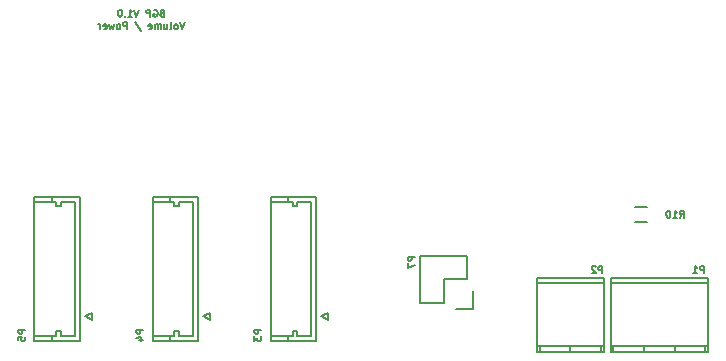
<source format=gbo>
G04 #@! TF.FileFunction,Legend,Bot*
%FSLAX46Y46*%
G04 Gerber Fmt 4.6, Leading zero omitted, Abs format (unit mm)*
G04 Created by KiCad (PCBNEW 4.0.4-1.fc24-product) date Thu Jan 11 10:47:53 2018*
%MOMM*%
%LPD*%
G01*
G04 APERTURE LIST*
%ADD10C,0.100000*%
%ADD11C,0.150000*%
G04 APERTURE END LIST*
D10*
D11*
X132557143Y-81932143D02*
X132471429Y-81960714D01*
X132442857Y-81989286D01*
X132414286Y-82046429D01*
X132414286Y-82132143D01*
X132442857Y-82189286D01*
X132471429Y-82217857D01*
X132528571Y-82246429D01*
X132757143Y-82246429D01*
X132757143Y-81646429D01*
X132557143Y-81646429D01*
X132500000Y-81675000D01*
X132471429Y-81703571D01*
X132442857Y-81760714D01*
X132442857Y-81817857D01*
X132471429Y-81875000D01*
X132500000Y-81903571D01*
X132557143Y-81932143D01*
X132757143Y-81932143D01*
X131842857Y-81675000D02*
X131900000Y-81646429D01*
X131985714Y-81646429D01*
X132071429Y-81675000D01*
X132128571Y-81732143D01*
X132157143Y-81789286D01*
X132185714Y-81903571D01*
X132185714Y-81989286D01*
X132157143Y-82103571D01*
X132128571Y-82160714D01*
X132071429Y-82217857D01*
X131985714Y-82246429D01*
X131928571Y-82246429D01*
X131842857Y-82217857D01*
X131814286Y-82189286D01*
X131814286Y-81989286D01*
X131928571Y-81989286D01*
X131557143Y-82246429D02*
X131557143Y-81646429D01*
X131328571Y-81646429D01*
X131271429Y-81675000D01*
X131242857Y-81703571D01*
X131214286Y-81760714D01*
X131214286Y-81846429D01*
X131242857Y-81903571D01*
X131271429Y-81932143D01*
X131328571Y-81960714D01*
X131557143Y-81960714D01*
X130585714Y-81646429D02*
X130385714Y-82246429D01*
X130185714Y-81646429D01*
X129671428Y-82246429D02*
X130014285Y-82246429D01*
X129842857Y-82246429D02*
X129842857Y-81646429D01*
X129900000Y-81732143D01*
X129957142Y-81789286D01*
X130014285Y-81817857D01*
X129414285Y-82189286D02*
X129385713Y-82217857D01*
X129414285Y-82246429D01*
X129442856Y-82217857D01*
X129414285Y-82189286D01*
X129414285Y-82246429D01*
X129014285Y-81646429D02*
X128957142Y-81646429D01*
X128899999Y-81675000D01*
X128871428Y-81703571D01*
X128842857Y-81760714D01*
X128814285Y-81875000D01*
X128814285Y-82017857D01*
X128842857Y-82132143D01*
X128871428Y-82189286D01*
X128899999Y-82217857D01*
X128957142Y-82246429D01*
X129014285Y-82246429D01*
X129071428Y-82217857D01*
X129099999Y-82189286D01*
X129128571Y-82132143D01*
X129157142Y-82017857D01*
X129157142Y-81875000D01*
X129128571Y-81760714D01*
X129099999Y-81703571D01*
X129071428Y-81675000D01*
X129014285Y-81646429D01*
X134457143Y-82696429D02*
X134257143Y-83296429D01*
X134057143Y-82696429D01*
X133771429Y-83296429D02*
X133828571Y-83267857D01*
X133857143Y-83239286D01*
X133885714Y-83182143D01*
X133885714Y-83010714D01*
X133857143Y-82953571D01*
X133828571Y-82925000D01*
X133771429Y-82896429D01*
X133685714Y-82896429D01*
X133628571Y-82925000D01*
X133600000Y-82953571D01*
X133571429Y-83010714D01*
X133571429Y-83182143D01*
X133600000Y-83239286D01*
X133628571Y-83267857D01*
X133685714Y-83296429D01*
X133771429Y-83296429D01*
X133228572Y-83296429D02*
X133285714Y-83267857D01*
X133314286Y-83210714D01*
X133314286Y-82696429D01*
X132742857Y-82896429D02*
X132742857Y-83296429D01*
X133000000Y-82896429D02*
X133000000Y-83210714D01*
X132971428Y-83267857D01*
X132914286Y-83296429D01*
X132828571Y-83296429D01*
X132771428Y-83267857D01*
X132742857Y-83239286D01*
X132457143Y-83296429D02*
X132457143Y-82896429D01*
X132457143Y-82953571D02*
X132428571Y-82925000D01*
X132371429Y-82896429D01*
X132285714Y-82896429D01*
X132228571Y-82925000D01*
X132200000Y-82982143D01*
X132200000Y-83296429D01*
X132200000Y-82982143D02*
X132171429Y-82925000D01*
X132114286Y-82896429D01*
X132028571Y-82896429D01*
X131971429Y-82925000D01*
X131942857Y-82982143D01*
X131942857Y-83296429D01*
X131428571Y-83267857D02*
X131485714Y-83296429D01*
X131600000Y-83296429D01*
X131657143Y-83267857D01*
X131685714Y-83210714D01*
X131685714Y-82982143D01*
X131657143Y-82925000D01*
X131600000Y-82896429D01*
X131485714Y-82896429D01*
X131428571Y-82925000D01*
X131400000Y-82982143D01*
X131400000Y-83039286D01*
X131685714Y-83096429D01*
X130257142Y-82667857D02*
X130771428Y-83439286D01*
X129600000Y-83296429D02*
X129600000Y-82696429D01*
X129371428Y-82696429D01*
X129314286Y-82725000D01*
X129285714Y-82753571D01*
X129257143Y-82810714D01*
X129257143Y-82896429D01*
X129285714Y-82953571D01*
X129314286Y-82982143D01*
X129371428Y-83010714D01*
X129600000Y-83010714D01*
X128914286Y-83296429D02*
X128971428Y-83267857D01*
X129000000Y-83239286D01*
X129028571Y-83182143D01*
X129028571Y-83010714D01*
X129000000Y-82953571D01*
X128971428Y-82925000D01*
X128914286Y-82896429D01*
X128828571Y-82896429D01*
X128771428Y-82925000D01*
X128742857Y-82953571D01*
X128714286Y-83010714D01*
X128714286Y-83182143D01*
X128742857Y-83239286D01*
X128771428Y-83267857D01*
X128828571Y-83296429D01*
X128914286Y-83296429D01*
X128514286Y-82896429D02*
X128400000Y-83296429D01*
X128285714Y-83010714D01*
X128171429Y-83296429D01*
X128057143Y-82896429D01*
X127600000Y-83267857D02*
X127657143Y-83296429D01*
X127771429Y-83296429D01*
X127828572Y-83267857D01*
X127857143Y-83210714D01*
X127857143Y-82982143D01*
X127828572Y-82925000D01*
X127771429Y-82896429D01*
X127657143Y-82896429D01*
X127600000Y-82925000D01*
X127571429Y-82982143D01*
X127571429Y-83039286D01*
X127857143Y-83096429D01*
X127314286Y-83296429D02*
X127314286Y-82896429D01*
X127314286Y-83010714D02*
X127285714Y-82953571D01*
X127257143Y-82925000D01*
X127200000Y-82896429D01*
X127142857Y-82896429D01*
X170560440Y-104401200D02*
X178759560Y-104401200D01*
X170560440Y-104799980D02*
X178759560Y-104799980D01*
X170560440Y-110100960D02*
X178759560Y-110100960D01*
X178759560Y-110598800D02*
X170560440Y-110598800D01*
X173359520Y-110100960D02*
X173359520Y-110598800D01*
X178558900Y-110598800D02*
X178558900Y-110100960D01*
X170758560Y-110100960D02*
X170758560Y-110598800D01*
X175957940Y-110598800D02*
X175957940Y-110100960D01*
X170560440Y-110598800D02*
X170560440Y-104401200D01*
X178757020Y-104401200D02*
X178757020Y-110598800D01*
X164330920Y-110100960D02*
X169929080Y-110100960D01*
X169730960Y-110598800D02*
X169730960Y-110100960D01*
X164529040Y-110100960D02*
X164529040Y-110598800D01*
X167130000Y-110598800D02*
X167130000Y-110100960D01*
X169929080Y-104799980D02*
X164330920Y-104799980D01*
X169929080Y-110598800D02*
X164330920Y-110598800D01*
X164330920Y-110598800D02*
X164330920Y-104401200D01*
X164330920Y-104401200D02*
X169929080Y-104401200D01*
X169929080Y-104401200D02*
X169929080Y-110598800D01*
X156400000Y-106500000D02*
X156400000Y-104500000D01*
X156400000Y-104500000D02*
X158400000Y-104500000D01*
X158400000Y-104500000D02*
X158400000Y-102500000D01*
X158400000Y-102500000D02*
X156400000Y-102500000D01*
X156400000Y-102500000D02*
X154400000Y-102500000D01*
X154400000Y-102500000D02*
X154400000Y-106500000D01*
X154400000Y-106500000D02*
X156400000Y-106500000D01*
X157400000Y-107000000D02*
X158900000Y-107000000D01*
X158900000Y-107000000D02*
X158900000Y-105500000D01*
X145600000Y-109700000D02*
X141750000Y-109700000D01*
X141750000Y-109700000D02*
X141750000Y-97500000D01*
X141750000Y-97500000D02*
X145600000Y-97500000D01*
X145600000Y-97500000D02*
X145600000Y-109700000D01*
X146000000Y-107600000D02*
X146600000Y-107900000D01*
X146600000Y-107900000D02*
X146600000Y-107300000D01*
X146600000Y-107300000D02*
X146000000Y-107600000D01*
X143200000Y-109700000D02*
X143200000Y-109300000D01*
X143200000Y-97500000D02*
X143200000Y-97900000D01*
X145200000Y-103600000D02*
X145200000Y-109300000D01*
X145200000Y-109300000D02*
X144000000Y-109300000D01*
X144000000Y-109300000D02*
X144000000Y-108900000D01*
X144000000Y-108900000D02*
X143600000Y-108900000D01*
X143600000Y-108900000D02*
X143600000Y-109300000D01*
X143600000Y-109300000D02*
X141750000Y-109300000D01*
X145200000Y-103600000D02*
X145200000Y-97900000D01*
X145200000Y-97900000D02*
X144000000Y-97900000D01*
X144000000Y-97900000D02*
X144000000Y-98300000D01*
X144000000Y-98300000D02*
X143600000Y-98300000D01*
X143600000Y-98300000D02*
X143600000Y-97900000D01*
X143600000Y-97900000D02*
X141750000Y-97900000D01*
X135600000Y-109700000D02*
X131750000Y-109700000D01*
X131750000Y-109700000D02*
X131750000Y-97500000D01*
X131750000Y-97500000D02*
X135600000Y-97500000D01*
X135600000Y-97500000D02*
X135600000Y-109700000D01*
X136000000Y-107600000D02*
X136600000Y-107900000D01*
X136600000Y-107900000D02*
X136600000Y-107300000D01*
X136600000Y-107300000D02*
X136000000Y-107600000D01*
X133200000Y-109700000D02*
X133200000Y-109300000D01*
X133200000Y-97500000D02*
X133200000Y-97900000D01*
X135200000Y-103600000D02*
X135200000Y-109300000D01*
X135200000Y-109300000D02*
X134000000Y-109300000D01*
X134000000Y-109300000D02*
X134000000Y-108900000D01*
X134000000Y-108900000D02*
X133600000Y-108900000D01*
X133600000Y-108900000D02*
X133600000Y-109300000D01*
X133600000Y-109300000D02*
X131750000Y-109300000D01*
X135200000Y-103600000D02*
X135200000Y-97900000D01*
X135200000Y-97900000D02*
X134000000Y-97900000D01*
X134000000Y-97900000D02*
X134000000Y-98300000D01*
X134000000Y-98300000D02*
X133600000Y-98300000D01*
X133600000Y-98300000D02*
X133600000Y-97900000D01*
X133600000Y-97900000D02*
X131750000Y-97900000D01*
X125600000Y-109700000D02*
X121750000Y-109700000D01*
X121750000Y-109700000D02*
X121750000Y-97500000D01*
X121750000Y-97500000D02*
X125600000Y-97500000D01*
X125600000Y-97500000D02*
X125600000Y-109700000D01*
X126000000Y-107600000D02*
X126600000Y-107900000D01*
X126600000Y-107900000D02*
X126600000Y-107300000D01*
X126600000Y-107300000D02*
X126000000Y-107600000D01*
X123200000Y-109700000D02*
X123200000Y-109300000D01*
X123200000Y-97500000D02*
X123200000Y-97900000D01*
X125200000Y-103600000D02*
X125200000Y-109300000D01*
X125200000Y-109300000D02*
X124000000Y-109300000D01*
X124000000Y-109300000D02*
X124000000Y-108900000D01*
X124000000Y-108900000D02*
X123600000Y-108900000D01*
X123600000Y-108900000D02*
X123600000Y-109300000D01*
X123600000Y-109300000D02*
X121750000Y-109300000D01*
X125200000Y-103600000D02*
X125200000Y-97900000D01*
X125200000Y-97900000D02*
X124000000Y-97900000D01*
X124000000Y-97900000D02*
X124000000Y-98300000D01*
X124000000Y-98300000D02*
X123600000Y-98300000D01*
X123600000Y-98300000D02*
X123600000Y-97900000D01*
X123600000Y-97900000D02*
X121750000Y-97900000D01*
X173600000Y-98325000D02*
X172600000Y-98325000D01*
X172600000Y-99675000D02*
X173600000Y-99675000D01*
X178442857Y-103971429D02*
X178442857Y-103371429D01*
X178214285Y-103371429D01*
X178157143Y-103400000D01*
X178128571Y-103428571D01*
X178100000Y-103485714D01*
X178100000Y-103571429D01*
X178128571Y-103628571D01*
X178157143Y-103657143D01*
X178214285Y-103685714D01*
X178442857Y-103685714D01*
X177528571Y-103971429D02*
X177871428Y-103971429D01*
X177700000Y-103971429D02*
X177700000Y-103371429D01*
X177757143Y-103457143D01*
X177814285Y-103514286D01*
X177871428Y-103542857D01*
X169842857Y-103971429D02*
X169842857Y-103371429D01*
X169614285Y-103371429D01*
X169557143Y-103400000D01*
X169528571Y-103428571D01*
X169500000Y-103485714D01*
X169500000Y-103571429D01*
X169528571Y-103628571D01*
X169557143Y-103657143D01*
X169614285Y-103685714D01*
X169842857Y-103685714D01*
X169271428Y-103428571D02*
X169242857Y-103400000D01*
X169185714Y-103371429D01*
X169042857Y-103371429D01*
X168985714Y-103400000D01*
X168957143Y-103428571D01*
X168928571Y-103485714D01*
X168928571Y-103542857D01*
X168957143Y-103628571D01*
X169300000Y-103971429D01*
X168928571Y-103971429D01*
X153971429Y-102557143D02*
X153371429Y-102557143D01*
X153371429Y-102785715D01*
X153400000Y-102842857D01*
X153428571Y-102871429D01*
X153485714Y-102900000D01*
X153571429Y-102900000D01*
X153628571Y-102871429D01*
X153657143Y-102842857D01*
X153685714Y-102785715D01*
X153685714Y-102557143D01*
X153371429Y-103100000D02*
X153371429Y-103500000D01*
X153971429Y-103242857D01*
X140971429Y-108757143D02*
X140371429Y-108757143D01*
X140371429Y-108985715D01*
X140400000Y-109042857D01*
X140428571Y-109071429D01*
X140485714Y-109100000D01*
X140571429Y-109100000D01*
X140628571Y-109071429D01*
X140657143Y-109042857D01*
X140685714Y-108985715D01*
X140685714Y-108757143D01*
X140371429Y-109300000D02*
X140371429Y-109671429D01*
X140600000Y-109471429D01*
X140600000Y-109557143D01*
X140628571Y-109614286D01*
X140657143Y-109642857D01*
X140714286Y-109671429D01*
X140857143Y-109671429D01*
X140914286Y-109642857D01*
X140942857Y-109614286D01*
X140971429Y-109557143D01*
X140971429Y-109385715D01*
X140942857Y-109328572D01*
X140914286Y-109300000D01*
X130971429Y-108757143D02*
X130371429Y-108757143D01*
X130371429Y-108985715D01*
X130400000Y-109042857D01*
X130428571Y-109071429D01*
X130485714Y-109100000D01*
X130571429Y-109100000D01*
X130628571Y-109071429D01*
X130657143Y-109042857D01*
X130685714Y-108985715D01*
X130685714Y-108757143D01*
X130571429Y-109614286D02*
X130971429Y-109614286D01*
X130342857Y-109471429D02*
X130771429Y-109328572D01*
X130771429Y-109700000D01*
X120971429Y-108757143D02*
X120371429Y-108757143D01*
X120371429Y-108985715D01*
X120400000Y-109042857D01*
X120428571Y-109071429D01*
X120485714Y-109100000D01*
X120571429Y-109100000D01*
X120628571Y-109071429D01*
X120657143Y-109042857D01*
X120685714Y-108985715D01*
X120685714Y-108757143D01*
X120371429Y-109642857D02*
X120371429Y-109357143D01*
X120657143Y-109328572D01*
X120628571Y-109357143D01*
X120600000Y-109414286D01*
X120600000Y-109557143D01*
X120628571Y-109614286D01*
X120657143Y-109642857D01*
X120714286Y-109671429D01*
X120857143Y-109671429D01*
X120914286Y-109642857D01*
X120942857Y-109614286D01*
X120971429Y-109557143D01*
X120971429Y-109414286D01*
X120942857Y-109357143D01*
X120914286Y-109328572D01*
X176385715Y-99271429D02*
X176585715Y-98985714D01*
X176728572Y-99271429D02*
X176728572Y-98671429D01*
X176500000Y-98671429D01*
X176442858Y-98700000D01*
X176414286Y-98728571D01*
X176385715Y-98785714D01*
X176385715Y-98871429D01*
X176414286Y-98928571D01*
X176442858Y-98957143D01*
X176500000Y-98985714D01*
X176728572Y-98985714D01*
X175814286Y-99271429D02*
X176157143Y-99271429D01*
X175985715Y-99271429D02*
X175985715Y-98671429D01*
X176042858Y-98757143D01*
X176100000Y-98814286D01*
X176157143Y-98842857D01*
X175442857Y-98671429D02*
X175385714Y-98671429D01*
X175328571Y-98700000D01*
X175300000Y-98728571D01*
X175271429Y-98785714D01*
X175242857Y-98900000D01*
X175242857Y-99042857D01*
X175271429Y-99157143D01*
X175300000Y-99214286D01*
X175328571Y-99242857D01*
X175385714Y-99271429D01*
X175442857Y-99271429D01*
X175500000Y-99242857D01*
X175528571Y-99214286D01*
X175557143Y-99157143D01*
X175585714Y-99042857D01*
X175585714Y-98900000D01*
X175557143Y-98785714D01*
X175528571Y-98728571D01*
X175500000Y-98700000D01*
X175442857Y-98671429D01*
M02*

</source>
